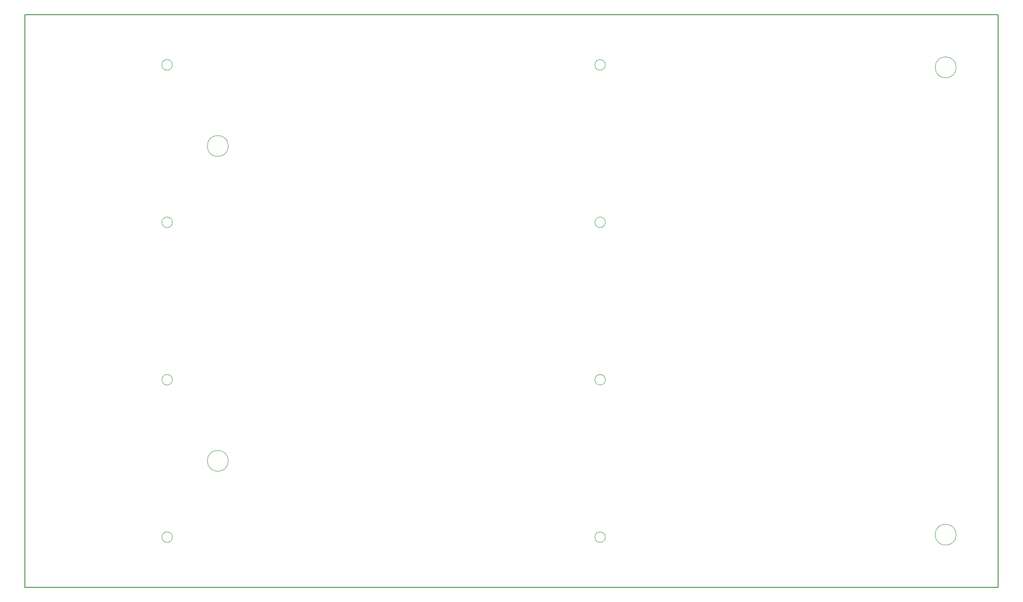
<source format=gbr>
%TF.GenerationSoftware,KiCad,Pcbnew,(6.0.0)*%
%TF.CreationDate,2023-05-21T00:13:47-05:00*%
%TF.ProjectId,micro-mixer-pcb,6d696372-6f2d-46d6-9978-65722d706362,rev?*%
%TF.SameCoordinates,Original*%
%TF.FileFunction,Profile,NP*%
%FSLAX46Y46*%
G04 Gerber Fmt 4.6, Leading zero omitted, Abs format (unit mm)*
G04 Created by KiCad (PCBNEW (6.0.0)) date 2023-05-21 00:13:47*
%MOMM*%
%LPD*%
G01*
G04 APERTURE LIST*
%TA.AperFunction,Profile*%
%ADD10C,0.100000*%
%TD*%
%TA.AperFunction,Profile*%
%ADD11C,0.200000*%
%TD*%
%TA.AperFunction,Profile*%
%ADD12C,0.120000*%
%TD*%
G04 APERTURE END LIST*
D10*
X260670000Y-126770000D02*
G75*
G03*
X260670000Y-126770000I-2000000J0D01*
G01*
X260670000Y-37710000D02*
G75*
G03*
X260670000Y-37710000I-2000000J0D01*
G01*
D11*
X83250000Y-27710000D02*
X268670000Y-27710000D01*
X268670000Y-27710000D02*
X268670000Y-136770000D01*
X268670000Y-136770000D02*
X83250000Y-136770000D01*
X83250000Y-136770000D02*
X83250000Y-27710000D01*
D10*
X122000000Y-112700000D02*
G75*
G03*
X122000000Y-112700000I-2000000J0D01*
G01*
X122000000Y-52700000D02*
G75*
G03*
X122000000Y-52700000I-2000000J0D01*
G01*
D12*
%TO.C,RV2*%
X193845000Y-97241250D02*
G75*
G03*
X193845000Y-97241250I-1000000J0D01*
G01*
X111345000Y-97241250D02*
G75*
G03*
X111345000Y-97241250I-1000000J0D01*
G01*
%TO.C,RV1*%
X193845000Y-127241250D02*
G75*
G03*
X193845000Y-127241250I-1000000J0D01*
G01*
X111345000Y-127241250D02*
G75*
G03*
X111345000Y-127241250I-1000000J0D01*
G01*
%TO.C,RV3*%
X193845000Y-67241250D02*
G75*
G03*
X193845000Y-67241250I-1000000J0D01*
G01*
X111345000Y-67241250D02*
G75*
G03*
X111345000Y-67241250I-1000000J0D01*
G01*
%TO.C,RV4*%
X111345000Y-37241250D02*
G75*
G03*
X111345000Y-37241250I-1000000J0D01*
G01*
X193845000Y-37241250D02*
G75*
G03*
X193845000Y-37241250I-1000000J0D01*
G01*
%TD*%
M02*

</source>
